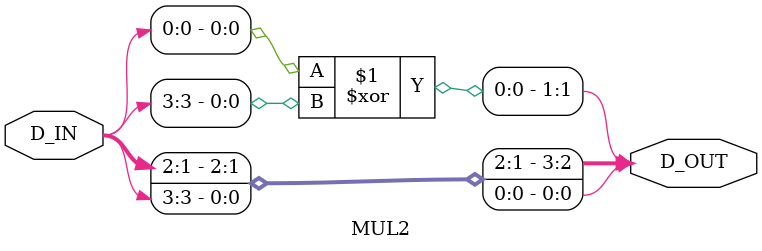
<source format=v>
`timescale 1ns / 1ps
module MUL2(
    input [3:0] D_IN,
    output [3:0] D_OUT
    );

	assign D_OUT = {D_IN[2:1], D_IN[0] ^  D_IN[3], D_IN[3]};
endmodule

</source>
